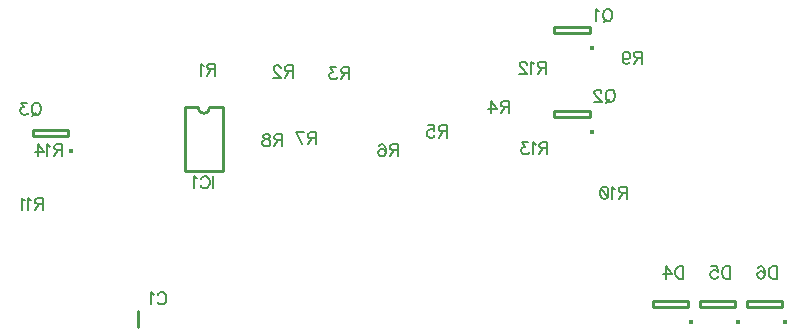
<source format=gbr>
G04 DipTrace 2.4.0.2*
%INpanel_BottomSilk.gbr*%
%MOMM*%
%ADD10C,0.25*%
%ADD28O,0.391X0.392*%
%ADD70C,0.157*%
%FSLAX53Y53*%
G04*
G71*
G90*
G75*
G01*
%LNBotSilk*%
%LPD*%
X20862Y18270D2*
D10*
Y16971D1*
D28*
X67740Y17370D3*
X67506Y18644D2*
D10*
X64506D1*
Y19144D1*
X67506D1*
Y18644D1*
D28*
X71709Y17370D3*
X71475Y18644D2*
D10*
X68475D1*
Y19144D1*
X71475D1*
Y18644D1*
D28*
X75678Y17370D3*
X75444Y18644D2*
D10*
X72444D1*
Y19144D1*
X75444D1*
Y18644D1*
X28073Y35515D2*
Y30115D1*
X24873Y35515D2*
Y30115D1*
X28073D2*
X24873D1*
X28073Y35515D2*
X26973D1*
X25973D2*
X24873D1*
X26973D2*
G02X25973Y35515I-500J1D01*
G01*
D28*
X59367Y40590D3*
X59133Y41864D2*
D10*
X56133D1*
Y42364D1*
X59133D1*
Y41864D1*
D28*
X59367Y33446D3*
X59133Y34720D2*
D10*
X56133D1*
Y35220D1*
X59133D1*
Y34720D1*
D28*
X15235Y31859D3*
X15001Y33132D2*
D10*
X12001D1*
Y33632D1*
X15001D1*
Y33132D1*
X22577Y19616D2*
D70*
X22625Y19713D1*
X22723Y19810D1*
X22819Y19859D1*
X23014D1*
X23111Y19810D1*
X23208Y19713D1*
X23257Y19616D1*
X23306Y19470D1*
Y19226D1*
X23257Y19082D1*
X23208Y18984D1*
X23111Y18887D1*
X23014Y18838D1*
X22819D1*
X22723Y18887D1*
X22625Y18984D1*
X22577Y19082D1*
X22263Y19663D2*
X22165Y19713D1*
X22019Y19858D1*
Y18838D1*
X67082Y22056D2*
Y21036D1*
X66742D1*
X66596Y21085D1*
X66498Y21182D1*
X66450Y21279D1*
X66402Y21424D1*
Y21668D1*
X66450Y21814D1*
X66498Y21910D1*
X66596Y22008D1*
X66742Y22056D1*
X67082D1*
X65602Y21036D2*
Y22055D1*
X66088Y21376D1*
X65359D1*
X71027Y22056D2*
Y21036D1*
X70687D1*
X70541Y21085D1*
X70443Y21182D1*
X70395Y21279D1*
X70347Y21424D1*
Y21668D1*
X70395Y21814D1*
X70443Y21910D1*
X70541Y22008D1*
X70687Y22056D1*
X71027D1*
X69450Y22055D2*
X69935D1*
X69983Y21618D1*
X69935Y21667D1*
X69789Y21716D1*
X69644D1*
X69498Y21667D1*
X69401Y21570D1*
X69352Y21424D1*
Y21328D1*
X69401Y21182D1*
X69498Y21084D1*
X69644Y21036D1*
X69789D1*
X69935Y21084D1*
X69983Y21133D1*
X70033Y21230D1*
X74972Y22056D2*
Y21036D1*
X74631D1*
X74485Y21085D1*
X74388Y21182D1*
X74339Y21279D1*
X74291Y21424D1*
Y21668D1*
X74339Y21814D1*
X74388Y21910D1*
X74485Y22008D1*
X74631Y22056D1*
X74972D1*
X73394Y21910D2*
X73443Y22007D1*
X73589Y22055D1*
X73685D1*
X73831Y22007D1*
X73929Y21861D1*
X73977Y21618D1*
Y21376D1*
X73929Y21182D1*
X73831Y21084D1*
X73685Y21036D1*
X73637D1*
X73492Y21084D1*
X73394Y21182D1*
X73346Y21328D1*
Y21376D1*
X73394Y21522D1*
X73492Y21618D1*
X73637Y21667D1*
X73685D1*
X73831Y21618D1*
X73929Y21522D1*
X73977Y21376D1*
X27273Y29699D2*
Y28679D1*
X26231Y29457D2*
X26279Y29553D1*
X26377Y29651D1*
X26473Y29699D1*
X26668D1*
X26765Y29651D1*
X26862Y29553D1*
X26911Y29457D1*
X26960Y29311D1*
Y29067D1*
X26911Y28922D1*
X26862Y28825D1*
X26765Y28728D1*
X26668Y28679D1*
X26473D1*
X26377Y28728D1*
X26279Y28825D1*
X26231Y28922D1*
X25917Y29504D2*
X25819Y29553D1*
X25673Y29698D1*
Y28679D1*
X60764Y43847D2*
X60861Y43800D1*
X60958Y43703D1*
X61007Y43605D1*
X61056Y43459D1*
Y43216D1*
X61007Y43070D1*
X60958Y42974D1*
X60861Y42876D1*
X60764Y42828D1*
X60570D1*
X60472Y42876D1*
X60376Y42974D1*
X60327Y43070D1*
X60278Y43216D1*
Y43459D1*
X60327Y43605D1*
X60376Y43703D1*
X60472Y43800D1*
X60570Y43847D1*
X60764D1*
X60618Y43022D2*
X60327Y42730D1*
X59964Y43652D2*
X59866Y43701D1*
X59720Y43846D1*
Y42827D1*
X60983Y37021D2*
X61079Y36974D1*
X61177Y36876D1*
X61225Y36779D1*
X61275Y36633D1*
Y36390D1*
X61225Y36244D1*
X61177Y36148D1*
X61079Y36050D1*
X60983Y36002D1*
X60788D1*
X60691Y36050D1*
X60594Y36148D1*
X60546Y36244D1*
X60496Y36390D1*
Y36633D1*
X60546Y36779D1*
X60594Y36876D1*
X60691Y36974D1*
X60788Y37021D1*
X60983D1*
X60837Y36196D2*
X60546Y35904D1*
X60133Y36778D2*
Y36826D1*
X60085Y36924D1*
X60037Y36972D1*
X59939Y37020D1*
X59745D1*
X59648Y36972D1*
X59600Y36924D1*
X59550Y36826D1*
Y36729D1*
X59600Y36632D1*
X59696Y36487D1*
X60183Y36000D1*
X59502D1*
X12405Y35910D2*
X12501Y35863D1*
X12599Y35765D1*
X12647Y35667D1*
X12697Y35521D1*
Y35279D1*
X12647Y35133D1*
X12599Y35036D1*
X12501Y34939D1*
X12405Y34890D1*
X12210D1*
X12113Y34939D1*
X12016Y35036D1*
X11968Y35133D1*
X11918Y35279D1*
Y35521D1*
X11968Y35667D1*
X12016Y35765D1*
X12113Y35863D1*
X12210Y35910D1*
X12405D1*
X12259Y35085D2*
X11968Y34793D1*
X11507Y35909D2*
X10973D1*
X11264Y35520D1*
X11118D1*
X11022Y35472D1*
X10973Y35424D1*
X10924Y35278D1*
Y35181D1*
X10973Y35035D1*
X11070Y34937D1*
X11216Y34889D1*
X11362D1*
X11507Y34937D1*
X11555Y34987D1*
X11605Y35083D1*
X27450Y38746D2*
X27013D1*
X26867Y38796D1*
X26818Y38844D1*
X26769Y38941D1*
Y39038D1*
X26818Y39135D1*
X26867Y39184D1*
X27013Y39233D1*
X27450D1*
Y38212D1*
X27110Y38746D2*
X26769Y38212D1*
X26456Y39037D2*
X26358Y39087D1*
X26212Y39232D1*
Y38212D1*
X34018Y38588D2*
X33582D1*
X33436Y38637D1*
X33386Y38685D1*
X33338Y38782D1*
Y38880D1*
X33386Y38976D1*
X33436Y39026D1*
X33582Y39074D1*
X34018D1*
Y38053D1*
X33678Y38588D2*
X33338Y38053D1*
X32975Y38830D2*
Y38878D1*
X32926Y38976D1*
X32878Y39024D1*
X32780Y39073D1*
X32586D1*
X32489Y39024D1*
X32441Y38976D1*
X32392Y38878D1*
Y38782D1*
X32441Y38684D1*
X32538Y38539D1*
X33024Y38053D1*
X32343D1*
X38781Y38429D2*
X38344D1*
X38198Y38478D1*
X38149Y38527D1*
X38100Y38623D1*
Y38721D1*
X38149Y38817D1*
X38198Y38867D1*
X38344Y38915D1*
X38781D1*
Y37894D1*
X38441Y38429D2*
X38100Y37894D1*
X37689Y38914D2*
X37155D1*
X37446Y38525D1*
X37300D1*
X37204Y38477D1*
X37155Y38429D1*
X37106Y38283D1*
Y38186D1*
X37155Y38040D1*
X37252Y37943D1*
X37398Y37894D1*
X37544D1*
X37689Y37943D1*
X37737Y37992D1*
X37787Y38089D1*
X52299Y35571D2*
X51862D1*
X51716Y35621D1*
X51667Y35669D1*
X51619Y35765D1*
Y35863D1*
X51667Y35960D1*
X51716Y36009D1*
X51862Y36057D1*
X52299D1*
Y35037D1*
X51959Y35571D2*
X51619Y35037D1*
X50818D2*
Y36056D1*
X51305Y35377D1*
X50576D1*
X47036Y33507D2*
X46599D1*
X46453Y33557D1*
X46404Y33605D1*
X46356Y33702D1*
Y33799D1*
X46404Y33896D1*
X46453Y33945D1*
X46599Y33994D1*
X47036D1*
Y32973D1*
X46696Y33507D2*
X46356Y32973D1*
X45459Y33993D2*
X45944D1*
X45992Y33556D1*
X45944Y33604D1*
X45798Y33653D1*
X45653D1*
X45507Y33604D1*
X45410Y33507D1*
X45361Y33361D1*
Y33265D1*
X45410Y33119D1*
X45507Y33021D1*
X45653Y32973D1*
X45798D1*
X45944Y33021D1*
X45992Y33071D1*
X46042Y33167D1*
X42884Y31920D2*
X42447D1*
X42301Y31969D1*
X42252Y32018D1*
X42203Y32114D1*
Y32212D1*
X42252Y32308D1*
X42301Y32358D1*
X42447Y32406D1*
X42884D1*
Y31385D1*
X42544Y31920D2*
X42203Y31385D1*
X41307Y32260D2*
X41355Y32357D1*
X41501Y32405D1*
X41598D1*
X41744Y32357D1*
X41841Y32211D1*
X41890Y31968D1*
Y31726D1*
X41841Y31531D1*
X41744Y31434D1*
X41598Y31385D1*
X41549D1*
X41404Y31434D1*
X41307Y31531D1*
X41258Y31677D1*
Y31726D1*
X41307Y31872D1*
X41404Y31968D1*
X41549Y32016D1*
X41598D1*
X41744Y31968D1*
X41841Y31872D1*
X41890Y31726D1*
X35970Y32919D2*
X35533D1*
X35387Y32968D1*
X35337Y33017D1*
X35289Y33113D1*
Y33211D1*
X35337Y33308D1*
X35387Y33357D1*
X35533Y33405D1*
X35970D1*
Y32384D1*
X35629Y32919D2*
X35289Y32384D1*
X34781D2*
X34295Y33404D1*
X34975D1*
X33112Y32760D2*
X32675D1*
X32529Y32810D1*
X32479Y32858D1*
X32431Y32955D1*
Y33052D1*
X32479Y33149D1*
X32529Y33198D1*
X32675Y33247D1*
X33112D1*
Y32226D1*
X32771Y32760D2*
X32431Y32226D1*
X31875Y33246D2*
X32020Y33197D1*
X32069Y33101D1*
Y33003D1*
X32020Y32906D1*
X31923Y32857D1*
X31729Y32809D1*
X31583Y32760D1*
X31486Y32663D1*
X31438Y32566D1*
Y32420D1*
X31486Y32323D1*
X31534Y32274D1*
X31680Y32226D1*
X31875D1*
X32020Y32274D1*
X32069Y32323D1*
X32117Y32420D1*
Y32566D1*
X32069Y32663D1*
X31971Y32760D1*
X31826Y32809D1*
X31632Y32857D1*
X31534Y32906D1*
X31486Y33003D1*
Y33101D1*
X31534Y33197D1*
X31680Y33246D1*
X31875D1*
X63568Y39745D2*
X63131D1*
X62985Y39794D1*
X62936Y39843D1*
X62888Y39939D1*
Y40037D1*
X62936Y40134D1*
X62985Y40183D1*
X63131Y40231D1*
X63568D1*
Y39210D1*
X63228Y39745D2*
X62888Y39210D1*
X61942Y39891D2*
X61991Y39745D1*
X62088Y39647D1*
X62234Y39599D1*
X62282D1*
X62428Y39647D1*
X62525Y39745D1*
X62574Y39891D1*
Y39939D1*
X62525Y40085D1*
X62428Y40182D1*
X62282Y40230D1*
X62234D1*
X62088Y40182D1*
X61991Y40085D1*
X61942Y39891D1*
Y39647D1*
X61991Y39405D1*
X62088Y39259D1*
X62234Y39210D1*
X62330D1*
X62476Y39259D1*
X62525Y39356D1*
X62283Y28310D2*
X61846D1*
X61700Y28359D1*
X61651Y28407D1*
X61602Y28504D1*
Y28602D1*
X61651Y28698D1*
X61700Y28748D1*
X61846Y28796D1*
X62283D1*
Y27775D1*
X61943Y28310D2*
X61602Y27775D1*
X61289Y28601D2*
X61191Y28650D1*
X61045Y28795D1*
Y27775D1*
X60439Y28795D2*
X60585Y28747D1*
X60683Y28601D1*
X60731Y28358D1*
Y28212D1*
X60683Y27969D1*
X60585Y27823D1*
X60439Y27775D1*
X60343D1*
X60197Y27823D1*
X60100Y27969D1*
X60051Y28212D1*
Y28358D1*
X60100Y28601D1*
X60197Y28747D1*
X60343Y28795D1*
X60439D1*
X60100Y28601D2*
X60683Y27969D1*
X12847Y27357D2*
X12410D1*
X12264Y27407D1*
X12214Y27455D1*
X12166Y27551D1*
Y27649D1*
X12214Y27746D1*
X12264Y27795D1*
X12410Y27843D1*
X12847D1*
Y26823D1*
X12506Y27357D2*
X12166Y26823D1*
X11852Y27648D2*
X11755Y27697D1*
X11609Y27842D1*
Y26823D1*
X11295Y27648D2*
X11197Y27697D1*
X11051Y27842D1*
Y26823D1*
X55415Y38901D2*
X54978D1*
X54832Y38950D1*
X54782Y38998D1*
X54734Y39095D1*
Y39193D1*
X54782Y39289D1*
X54832Y39339D1*
X54978Y39387D1*
X55415D1*
Y38366D1*
X55074Y38901D2*
X54734Y38366D1*
X54420Y39192D2*
X54323Y39241D1*
X54177Y39386D1*
Y38366D1*
X53814Y39143D2*
Y39192D1*
X53765Y39289D1*
X53717Y39338D1*
X53619Y39386D1*
X53425D1*
X53328Y39338D1*
X53280Y39289D1*
X53231Y39192D1*
Y39095D1*
X53280Y38997D1*
X53377Y38852D1*
X53863Y38366D1*
X53182D1*
X55573Y32074D2*
X55137D1*
X54991Y32123D1*
X54941Y32171D1*
X54893Y32268D1*
Y32366D1*
X54941Y32462D1*
X54991Y32512D1*
X55137Y32560D1*
X55573D1*
Y31539D1*
X55233Y32074D2*
X54893Y31539D1*
X54579Y32365D2*
X54481Y32414D1*
X54335Y32559D1*
Y31539D1*
X53924Y32559D2*
X53391D1*
X53681Y32170D1*
X53535D1*
X53439Y32122D1*
X53391Y32074D1*
X53341Y31928D1*
Y31831D1*
X53391Y31685D1*
X53487Y31587D1*
X53633Y31539D1*
X53779D1*
X53924Y31587D1*
X53972Y31637D1*
X54022Y31733D1*
X14472Y31915D2*
X14035D1*
X13889Y31964D1*
X13840Y32013D1*
X13791Y32109D1*
Y32207D1*
X13840Y32304D1*
X13889Y32353D1*
X14035Y32401D1*
X14472D1*
Y31380D1*
X14132Y31915D2*
X13791Y31380D1*
X13478Y32206D2*
X13380Y32255D1*
X13234Y32400D1*
Y31380D1*
X12434D2*
Y32400D1*
X12920Y31721D1*
X12191D1*
M02*

</source>
